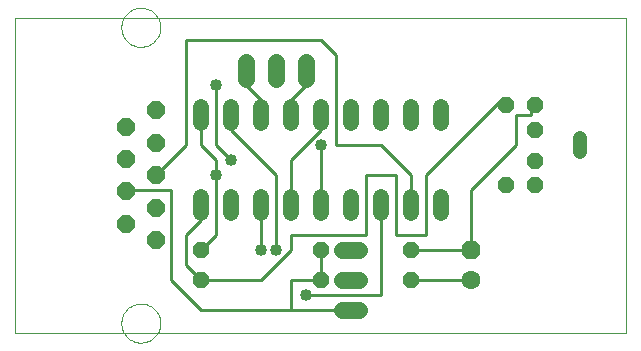
<source format=gtl>
G75*
%MOIN*%
%OFA0B0*%
%FSLAX24Y24*%
%IPPOS*%
%LPD*%
%AMOC8*
5,1,8,0,0,1.08239X$1,22.5*
%
%ADD10C,0.0000*%
%ADD11C,0.0520*%
%ADD12OC8,0.0520*%
%ADD13OC8,0.0630*%
%ADD14C,0.0630*%
%ADD15OC8,0.0554*%
%ADD16C,0.0476*%
%ADD17OC8,0.0600*%
%ADD18C,0.0560*%
%ADD19C,0.0100*%
%ADD20C,0.0400*%
D10*
X002995Y001085D02*
X002995Y011581D01*
X023365Y011581D01*
X023365Y001085D01*
X002995Y001085D01*
X006530Y001403D02*
X006532Y001453D01*
X006538Y001503D01*
X006548Y001553D01*
X006561Y001601D01*
X006578Y001649D01*
X006599Y001695D01*
X006623Y001739D01*
X006651Y001781D01*
X006682Y001821D01*
X006716Y001858D01*
X006753Y001893D01*
X006792Y001924D01*
X006833Y001953D01*
X006877Y001978D01*
X006923Y002000D01*
X006970Y002018D01*
X007018Y002032D01*
X007067Y002043D01*
X007117Y002050D01*
X007167Y002053D01*
X007218Y002052D01*
X007268Y002047D01*
X007318Y002038D01*
X007366Y002026D01*
X007414Y002009D01*
X007460Y001989D01*
X007505Y001966D01*
X007548Y001939D01*
X007588Y001909D01*
X007626Y001876D01*
X007661Y001840D01*
X007694Y001801D01*
X007723Y001760D01*
X007749Y001717D01*
X007772Y001672D01*
X007791Y001625D01*
X007806Y001577D01*
X007818Y001528D01*
X007826Y001478D01*
X007830Y001428D01*
X007830Y001378D01*
X007826Y001328D01*
X007818Y001278D01*
X007806Y001229D01*
X007791Y001181D01*
X007772Y001134D01*
X007749Y001089D01*
X007723Y001046D01*
X007694Y001005D01*
X007661Y000966D01*
X007626Y000930D01*
X007588Y000897D01*
X007548Y000867D01*
X007505Y000840D01*
X007460Y000817D01*
X007414Y000797D01*
X007366Y000780D01*
X007318Y000768D01*
X007268Y000759D01*
X007218Y000754D01*
X007167Y000753D01*
X007117Y000756D01*
X007067Y000763D01*
X007018Y000774D01*
X006970Y000788D01*
X006923Y000806D01*
X006877Y000828D01*
X006833Y000853D01*
X006792Y000882D01*
X006753Y000913D01*
X006716Y000948D01*
X006682Y000985D01*
X006651Y001025D01*
X006623Y001067D01*
X006599Y001111D01*
X006578Y001157D01*
X006561Y001205D01*
X006548Y001253D01*
X006538Y001303D01*
X006532Y001353D01*
X006530Y001403D01*
X006530Y011263D02*
X006532Y011313D01*
X006538Y011363D01*
X006548Y011413D01*
X006561Y011461D01*
X006578Y011509D01*
X006599Y011555D01*
X006623Y011599D01*
X006651Y011641D01*
X006682Y011681D01*
X006716Y011718D01*
X006753Y011753D01*
X006792Y011784D01*
X006833Y011813D01*
X006877Y011838D01*
X006923Y011860D01*
X006970Y011878D01*
X007018Y011892D01*
X007067Y011903D01*
X007117Y011910D01*
X007167Y011913D01*
X007218Y011912D01*
X007268Y011907D01*
X007318Y011898D01*
X007366Y011886D01*
X007414Y011869D01*
X007460Y011849D01*
X007505Y011826D01*
X007548Y011799D01*
X007588Y011769D01*
X007626Y011736D01*
X007661Y011700D01*
X007694Y011661D01*
X007723Y011620D01*
X007749Y011577D01*
X007772Y011532D01*
X007791Y011485D01*
X007806Y011437D01*
X007818Y011388D01*
X007826Y011338D01*
X007830Y011288D01*
X007830Y011238D01*
X007826Y011188D01*
X007818Y011138D01*
X007806Y011089D01*
X007791Y011041D01*
X007772Y010994D01*
X007749Y010949D01*
X007723Y010906D01*
X007694Y010865D01*
X007661Y010826D01*
X007626Y010790D01*
X007588Y010757D01*
X007548Y010727D01*
X007505Y010700D01*
X007460Y010677D01*
X007414Y010657D01*
X007366Y010640D01*
X007318Y010628D01*
X007268Y010619D01*
X007218Y010614D01*
X007167Y010613D01*
X007117Y010616D01*
X007067Y010623D01*
X007018Y010634D01*
X006970Y010648D01*
X006923Y010666D01*
X006877Y010688D01*
X006833Y010713D01*
X006792Y010742D01*
X006753Y010773D01*
X006716Y010808D01*
X006682Y010845D01*
X006651Y010885D01*
X006623Y010927D01*
X006599Y010971D01*
X006578Y011017D01*
X006561Y011065D01*
X006548Y011113D01*
X006538Y011163D01*
X006532Y011213D01*
X006530Y011263D01*
D11*
X009180Y008593D02*
X009180Y008073D01*
X010180Y008073D02*
X010180Y008593D01*
X011180Y008593D02*
X011180Y008073D01*
X012180Y008073D02*
X012180Y008593D01*
X013180Y008593D02*
X013180Y008073D01*
X014180Y008073D02*
X014180Y008593D01*
X015180Y008593D02*
X015180Y008073D01*
X016180Y008073D02*
X016180Y008593D01*
X017180Y008593D02*
X017180Y008073D01*
X017180Y005593D02*
X017180Y005073D01*
X016180Y005073D02*
X016180Y005593D01*
X015180Y005593D02*
X015180Y005073D01*
X014180Y005073D02*
X014180Y005593D01*
X013180Y005593D02*
X013180Y005073D01*
X012180Y005073D02*
X012180Y005593D01*
X011180Y005593D02*
X011180Y005073D01*
X010180Y005073D02*
X010180Y005593D01*
X009180Y005593D02*
X009180Y005073D01*
D12*
X009180Y003833D03*
X009180Y002833D03*
X013180Y002833D03*
X013180Y003833D03*
X016180Y003833D03*
X016180Y002833D03*
D13*
X018180Y003833D03*
D14*
X018180Y002833D03*
D15*
X019349Y005995D03*
X020334Y005995D03*
X020334Y006822D03*
X020334Y007845D03*
X020334Y008672D03*
X019349Y008672D03*
D16*
X021830Y007571D02*
X021830Y007096D01*
D17*
X007680Y007413D03*
X006680Y007953D03*
X007680Y008493D03*
X006680Y006873D03*
X007680Y006333D03*
X006680Y005793D03*
X007680Y005253D03*
X006680Y004713D03*
X007680Y004173D03*
D18*
X013900Y003833D02*
X014460Y003833D01*
X014460Y002833D02*
X013900Y002833D01*
X013900Y001833D02*
X014460Y001833D01*
X012680Y009553D02*
X012680Y010113D01*
X011680Y010113D02*
X011680Y009553D01*
X010680Y009553D02*
X010680Y010113D01*
D19*
X010680Y009833D02*
X010680Y009333D01*
X011180Y008833D01*
X011180Y008333D01*
X010180Y008333D02*
X010180Y007833D01*
X011680Y006333D01*
X011680Y003833D01*
X011180Y003833D02*
X011180Y005333D01*
X012180Y005333D02*
X012180Y006833D01*
X013180Y007833D01*
X013180Y008333D01*
X012180Y008333D02*
X012180Y008833D01*
X012680Y009333D01*
X012680Y009833D01*
X013180Y010833D02*
X013680Y010333D01*
X013680Y007333D01*
X015180Y007333D01*
X016180Y006333D01*
X016180Y005333D01*
X015180Y005333D02*
X015180Y002333D01*
X012680Y002333D01*
X012180Y001833D02*
X012180Y002833D01*
X013180Y002833D01*
X013180Y003833D01*
X012180Y003833D02*
X012180Y004333D01*
X014680Y004333D01*
X014680Y006333D01*
X015680Y006333D01*
X015680Y004333D01*
X016680Y004333D01*
X016680Y006333D01*
X019180Y008833D01*
X019349Y008672D01*
X019680Y008333D02*
X019680Y007333D01*
X018180Y005833D01*
X018180Y003833D01*
X016180Y003833D01*
X016180Y002833D02*
X018180Y002833D01*
X014180Y001833D02*
X012180Y001833D01*
X009180Y001833D01*
X008180Y002833D01*
X008180Y005833D01*
X006680Y005833D01*
X006680Y005793D01*
X007680Y006333D02*
X008680Y007333D01*
X008680Y010833D01*
X013180Y010833D01*
X009680Y009333D02*
X009680Y007333D01*
X010180Y006833D01*
X009680Y006833D02*
X009180Y007333D01*
X009180Y008333D01*
X009680Y006833D02*
X009680Y006333D01*
X009680Y004333D01*
X009180Y003833D01*
X008680Y003333D02*
X008680Y004333D01*
X009180Y004833D01*
X009180Y005333D01*
X011180Y002833D02*
X012180Y003833D01*
X011180Y002833D02*
X009180Y002833D01*
X008680Y003333D01*
X013180Y005333D02*
X013180Y007333D01*
X019680Y008333D02*
X020180Y008333D01*
X020180Y008833D01*
X020334Y008672D01*
D20*
X013180Y007333D03*
X010180Y006833D03*
X009680Y006333D03*
X011180Y003833D03*
X011680Y003833D03*
X012680Y002333D03*
X009680Y009333D03*
M02*

</source>
